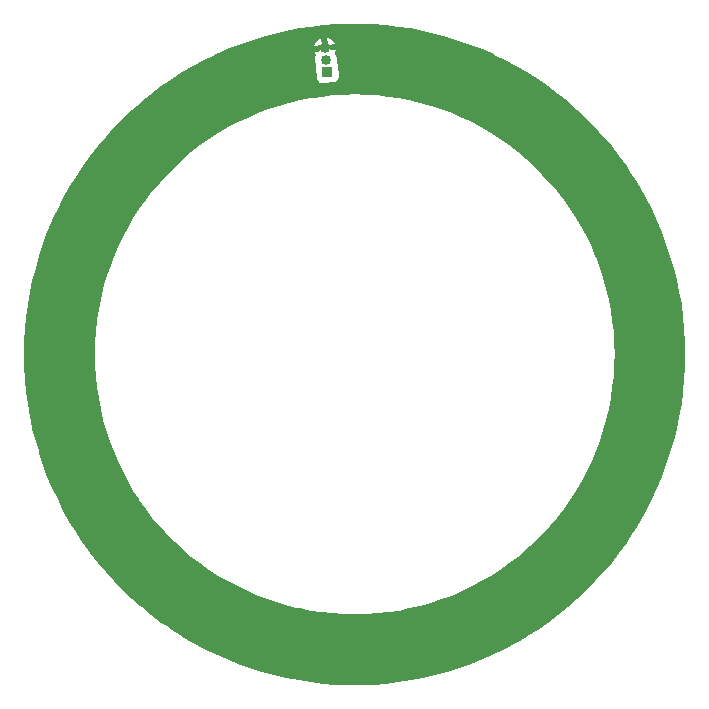
<source format=gbr>
%TF.GenerationSoftware,KiCad,Pcbnew,7.0.1-0*%
%TF.CreationDate,2023-11-10T13:36:56-08:00*%
%TF.ProjectId,ws2816b_ring_revA,77733238-3136-4625-9f72-696e675f7265,A*%
%TF.SameCoordinates,Original*%
%TF.FileFunction,Copper,L2,Bot*%
%TF.FilePolarity,Positive*%
%FSLAX46Y46*%
G04 Gerber Fmt 4.6, Leading zero omitted, Abs format (unit mm)*
G04 Created by KiCad (PCBNEW 7.0.1-0) date 2023-11-10 13:36:56*
%MOMM*%
%LPD*%
G01*
G04 APERTURE LIST*
G04 Aperture macros list*
%AMHorizOval*
0 Thick line with rounded ends*
0 $1 width*
0 $2 $3 position (X,Y) of the first rounded end (center of the circle)*
0 $4 $5 position (X,Y) of the second rounded end (center of the circle)*
0 Add line between two ends*
20,1,$1,$2,$3,$4,$5,0*
0 Add two circle primitives to create the rounded ends*
1,1,$1,$2,$3*
1,1,$1,$4,$5*%
%AMRotRect*
0 Rectangle, with rotation*
0 The origin of the aperture is its center*
0 $1 length*
0 $2 width*
0 $3 Rotation angle, in degrees counterclockwise*
0 Add horizontal line*
21,1,$1,$2,0,0,$3*%
G04 Aperture macros list end*
%TA.AperFunction,ComponentPad*%
%ADD10RotRect,0.850000X0.850000X185.625000*%
%TD*%
%TA.AperFunction,ComponentPad*%
%ADD11HorizOval,0.850000X0.000000X0.000000X0.000000X0.000000X0*%
%TD*%
%TA.AperFunction,ViaPad*%
%ADD12C,1.200000*%
%TD*%
G04 APERTURE END LIST*
D10*
%TO.P,J1,1,Pin_1*%
%TO.N,+5V*%
X145004139Y-74087302D03*
D11*
%TO.P,J1,2,Pin_2*%
%TO.N,DIN*%
X144906122Y-73092117D03*
%TO.P,J1,3,Pin_3*%
%TO.N,GND*%
X144808105Y-72096933D03*
%TD*%
D12*
%TO.N,GND*%
X121870126Y-107504134D03*
X165821735Y-117892480D03*
X136060716Y-122701313D03*
X153523283Y-71633728D03*
X120171941Y-97071120D03*
X173768546Y-104190685D03*
X125233524Y-82224958D03*
X131426175Y-120062956D03*
X120877622Y-91866800D03*
X120519311Y-102420995D03*
X151693296Y-124850090D03*
X137808719Y-72607628D03*
X163159549Y-75970575D03*
X174124516Y-93639244D03*
X128799306Y-78131548D03*
X146368155Y-70896523D03*
X122587669Y-86814113D03*
X142950396Y-71295241D03*
X146427800Y-125176689D03*
X148271844Y-70879969D03*
X172764232Y-88492573D03*
X158551579Y-73309797D03*
X127448149Y-116584992D03*
X167197066Y-79520904D03*
X172055514Y-109285548D03*
X170426815Y-83766498D03*
X133011457Y-74928551D03*
X161616102Y-121097325D03*
X174429470Y-98988436D03*
X156911589Y-123451878D03*
X141066890Y-124481994D03*
X169409175Y-113820382D03*
X124209765Y-112296016D03*
%TD*%
%TA.AperFunction,Conductor*%
%TO.N,GND*%
G36*
X147852216Y-70035603D02*
G01*
X148906527Y-70075528D01*
X148911128Y-70075789D01*
X149963245Y-70155588D01*
X149967848Y-70156025D01*
X151016104Y-70275571D01*
X151020724Y-70276185D01*
X152027199Y-70429743D01*
X152063746Y-70435319D01*
X152068370Y-70436114D01*
X153104573Y-70634594D01*
X153109136Y-70635558D01*
X154137096Y-70873109D01*
X154141646Y-70874251D01*
X155159895Y-71150535D01*
X155164362Y-71151839D01*
X156171443Y-71466463D01*
X156175880Y-71467942D01*
X156883086Y-71718628D01*
X157170269Y-71820427D01*
X157174663Y-71822078D01*
X158155047Y-72211958D01*
X158159353Y-72213766D01*
X159124262Y-72640458D01*
X159128518Y-72642436D01*
X160067732Y-73101010D01*
X160076593Y-73105336D01*
X160080762Y-73107470D01*
X161010644Y-73605918D01*
X161014730Y-73608209D01*
X161925086Y-74141488D01*
X161929052Y-74143913D01*
X162818632Y-74711295D01*
X162822477Y-74713851D01*
X163314739Y-75054695D01*
X163689906Y-75314462D01*
X163693713Y-75317206D01*
X164537762Y-75950186D01*
X164541462Y-75953072D01*
X165360978Y-76617559D01*
X165364550Y-76620569D01*
X166158351Y-77315607D01*
X166161775Y-77318721D01*
X166865336Y-77983429D01*
X166928697Y-78043291D01*
X166932047Y-78046578D01*
X167670988Y-78799639D01*
X167674211Y-78803051D01*
X168384106Y-79583512D01*
X168387198Y-79587043D01*
X169067072Y-80393833D01*
X169070004Y-80397449D01*
X169718885Y-81229419D01*
X169721684Y-81233153D01*
X170338575Y-82089025D01*
X170341247Y-82092883D01*
X170650663Y-82558336D01*
X170813676Y-82803556D01*
X170925325Y-82971508D01*
X170927849Y-82975465D01*
X171478260Y-83875567D01*
X171480632Y-83879617D01*
X171996577Y-84799881D01*
X171998794Y-84804017D01*
X172479555Y-85743164D01*
X172481614Y-85747382D01*
X172926481Y-86704029D01*
X172928379Y-86708321D01*
X173336725Y-87681112D01*
X173338460Y-87685473D01*
X173709713Y-88673049D01*
X173711281Y-88677472D01*
X174044899Y-89678395D01*
X174046298Y-89682875D01*
X174341789Y-90695668D01*
X174343018Y-90700197D01*
X174599976Y-91723463D01*
X174601033Y-91728036D01*
X174819086Y-92760297D01*
X174819969Y-92764906D01*
X174998808Y-93804705D01*
X174999515Y-93809345D01*
X175138871Y-94855109D01*
X175139403Y-94859772D01*
X175239089Y-95910095D01*
X175239444Y-95914775D01*
X175299311Y-96968103D01*
X175299489Y-96972792D01*
X175319455Y-98027652D01*
X175319455Y-98032346D01*
X175299489Y-99087207D01*
X175299311Y-99091896D01*
X175239444Y-100145224D01*
X175239089Y-100149904D01*
X175139403Y-101200227D01*
X175138871Y-101204890D01*
X174999515Y-102250654D01*
X174998808Y-102255294D01*
X174819969Y-103295093D01*
X174819086Y-103299702D01*
X174601033Y-104331963D01*
X174599976Y-104336536D01*
X174343018Y-105359802D01*
X174341789Y-105364331D01*
X174046298Y-106377124D01*
X174044899Y-106381604D01*
X173711281Y-107382527D01*
X173709713Y-107386950D01*
X173338460Y-108374526D01*
X173336725Y-108378887D01*
X172928379Y-109351678D01*
X172926481Y-109355970D01*
X172481614Y-110312617D01*
X172479555Y-110316835D01*
X171998794Y-111255982D01*
X171996577Y-111260118D01*
X171480632Y-112180382D01*
X171478260Y-112184432D01*
X170927849Y-113084534D01*
X170925325Y-113088491D01*
X170341247Y-113967116D01*
X170338575Y-113970974D01*
X169721684Y-114826846D01*
X169718869Y-114830601D01*
X169070028Y-115662521D01*
X169067072Y-115666166D01*
X168387198Y-116472956D01*
X168384106Y-116476487D01*
X167674211Y-117256948D01*
X167670988Y-117260360D01*
X166932047Y-118013421D01*
X166928697Y-118016708D01*
X166161799Y-118741256D01*
X166158327Y-118744414D01*
X165364567Y-119439416D01*
X165360978Y-119442440D01*
X164541462Y-120106927D01*
X164537762Y-120109813D01*
X163693713Y-120742793D01*
X163689906Y-120745537D01*
X162822509Y-121346126D01*
X162818600Y-121348725D01*
X161929071Y-121916074D01*
X161925067Y-121918522D01*
X161014737Y-122451786D01*
X161010644Y-122454081D01*
X160080771Y-122952524D01*
X160076593Y-122954663D01*
X159128518Y-123417563D01*
X159124262Y-123419541D01*
X158159353Y-123846233D01*
X158155026Y-123848050D01*
X157174662Y-124237921D01*
X157170269Y-124239572D01*
X156175895Y-124592052D01*
X156171443Y-124593536D01*
X155164362Y-124908160D01*
X155159856Y-124909475D01*
X154141648Y-125185747D01*
X154137096Y-125186890D01*
X153109150Y-125424438D01*
X153104558Y-125425408D01*
X152068371Y-125623884D01*
X152063746Y-125624680D01*
X151020740Y-125783811D01*
X151016088Y-125784430D01*
X149967883Y-125903970D01*
X149963211Y-125904414D01*
X148911170Y-125984207D01*
X148906484Y-125984473D01*
X147852216Y-126024397D01*
X147847524Y-126024486D01*
X146792476Y-126024486D01*
X146787784Y-126024397D01*
X145733515Y-125984473D01*
X145728829Y-125984207D01*
X144676788Y-125904414D01*
X144672116Y-125903970D01*
X143623911Y-125784430D01*
X143619259Y-125783811D01*
X142576253Y-125624680D01*
X142571628Y-125623884D01*
X141535441Y-125425408D01*
X141530849Y-125424438D01*
X140502903Y-125186890D01*
X140498351Y-125185747D01*
X139480143Y-124909475D01*
X139475637Y-124908160D01*
X138468556Y-124593536D01*
X138464104Y-124592052D01*
X137469730Y-124239572D01*
X137465337Y-124237921D01*
X136484973Y-123848050D01*
X136480646Y-123846233D01*
X135515737Y-123419541D01*
X135511481Y-123417563D01*
X134563406Y-122954663D01*
X134559228Y-122952524D01*
X133629355Y-122454081D01*
X133625262Y-122451786D01*
X132714932Y-121918522D01*
X132710928Y-121916074D01*
X131827282Y-121352477D01*
X131821379Y-121348712D01*
X131817510Y-121346139D01*
X131410965Y-121064646D01*
X130950093Y-120745537D01*
X130946286Y-120742793D01*
X130102237Y-120109813D01*
X130098537Y-120106927D01*
X129279021Y-119442440D01*
X129275432Y-119439416D01*
X129145224Y-119325408D01*
X128481650Y-118744394D01*
X128478222Y-118741276D01*
X127711293Y-118016699D01*
X127707952Y-118013421D01*
X126969011Y-117260360D01*
X126965788Y-117256948D01*
X126255893Y-116476487D01*
X126252801Y-116472956D01*
X125572927Y-115666166D01*
X125569999Y-115662556D01*
X124921108Y-114830572D01*
X124918315Y-114826846D01*
X124301424Y-113970974D01*
X124298752Y-113967116D01*
X124265419Y-113916974D01*
X123714659Y-113088468D01*
X123712164Y-113084557D01*
X123161739Y-112184432D01*
X123159367Y-112180382D01*
X122643422Y-111260118D01*
X122641205Y-111255982D01*
X122567311Y-111111633D01*
X122160438Y-110316823D01*
X122158385Y-110312617D01*
X121713518Y-109355970D01*
X121711620Y-109351678D01*
X121303274Y-108378887D01*
X121301539Y-108374526D01*
X120930286Y-107386950D01*
X120928718Y-107382527D01*
X120595100Y-106381604D01*
X120593701Y-106377124D01*
X120552199Y-106234877D01*
X120298207Y-105364320D01*
X120296981Y-105359802D01*
X120040023Y-104336536D01*
X120038966Y-104331963D01*
X119878727Y-103573391D01*
X119820904Y-103299658D01*
X119820038Y-103295137D01*
X119641185Y-102255258D01*
X119640489Y-102250691D01*
X119501123Y-101204850D01*
X119500600Y-101200266D01*
X119400906Y-100149861D01*
X119400558Y-100145267D01*
X119340686Y-99091854D01*
X119340511Y-99087249D01*
X119320544Y-98032325D01*
X119320544Y-98030000D01*
X125314542Y-98030000D01*
X125334370Y-98963928D01*
X125393819Y-99896206D01*
X125492776Y-100825072D01*
X125492778Y-100825085D01*
X125630920Y-101747934D01*
X125631072Y-101748945D01*
X125808450Y-102666097D01*
X126024591Y-103574883D01*
X126279118Y-104473713D01*
X126571544Y-105360874D01*
X126571549Y-105360889D01*
X126571551Y-105360893D01*
X126670648Y-105623483D01*
X126901381Y-106234886D01*
X127266954Y-107091622D01*
X127268001Y-107094075D01*
X127670758Y-107936939D01*
X128108925Y-108761950D01*
X128581712Y-109567621D01*
X129065248Y-110316835D01*
X129088272Y-110352508D01*
X129627676Y-111115175D01*
X130196075Y-111850526D01*
X130198968Y-111854268D01*
X130801113Y-112568449D01*
X131275138Y-113084534D01*
X131433037Y-113256443D01*
X132093556Y-113916962D01*
X132093568Y-113916973D01*
X132093569Y-113916974D01*
X132781551Y-114548887D01*
X133495732Y-115151032D01*
X134234825Y-115722324D01*
X134997499Y-116261733D01*
X135782379Y-116768288D01*
X136588050Y-117241075D01*
X137413061Y-117679242D01*
X138115911Y-118015094D01*
X138255923Y-118081998D01*
X139115113Y-118448618D01*
X139115118Y-118448620D01*
X139115123Y-118448622D01*
X139989107Y-118778449D01*
X140876301Y-119070886D01*
X141775108Y-119325406D01*
X141775113Y-119325407D01*
X141775116Y-119325408D01*
X142380973Y-119469501D01*
X142683906Y-119541550D01*
X143601060Y-119718929D01*
X144524915Y-119857222D01*
X145453807Y-119956182D01*
X146386062Y-120015629D01*
X147320000Y-120035457D01*
X148253938Y-120015629D01*
X149186193Y-119956182D01*
X150115085Y-119857222D01*
X151038940Y-119718929D01*
X151956094Y-119541550D01*
X152864892Y-119325406D01*
X153763699Y-119070886D01*
X154650893Y-118778449D01*
X155524877Y-118448622D01*
X156384075Y-118081999D01*
X157226939Y-117679242D01*
X158051950Y-117241075D01*
X158857621Y-116768288D01*
X159642501Y-116261733D01*
X160405175Y-115722324D01*
X161144268Y-115151032D01*
X161858449Y-114548887D01*
X162546431Y-113916974D01*
X163206974Y-113256431D01*
X163838887Y-112568449D01*
X164441032Y-111854268D01*
X165012324Y-111115175D01*
X165551733Y-110352501D01*
X166058288Y-109567621D01*
X166531075Y-108761950D01*
X166969242Y-107936939D01*
X167371999Y-107094075D01*
X167738622Y-106234877D01*
X168068449Y-105360893D01*
X168360886Y-104473699D01*
X168615406Y-103574892D01*
X168831550Y-102666094D01*
X169008929Y-101748940D01*
X169147222Y-100825085D01*
X169246182Y-99896193D01*
X169305629Y-98963938D01*
X169325457Y-98030000D01*
X169305629Y-97096062D01*
X169246182Y-96163807D01*
X169147222Y-95234915D01*
X169008929Y-94311060D01*
X168831550Y-93393906D01*
X168615406Y-92485108D01*
X168360886Y-91586301D01*
X168068449Y-90699107D01*
X167738622Y-89825123D01*
X167676191Y-89678814D01*
X167371998Y-88965923D01*
X166969242Y-88123061D01*
X166531075Y-87298050D01*
X166058288Y-86492379D01*
X165551733Y-85707499D01*
X165012324Y-84944825D01*
X164441032Y-84205732D01*
X163838887Y-83491551D01*
X163206974Y-82803569D01*
X163206973Y-82803568D01*
X163206962Y-82803556D01*
X162546443Y-82143037D01*
X162485998Y-82087518D01*
X161858449Y-81511113D01*
X161144268Y-80908968D01*
X160405175Y-80337676D01*
X159642501Y-79798267D01*
X158857621Y-79291712D01*
X158051950Y-78818925D01*
X157226939Y-78380758D01*
X156527589Y-78046578D01*
X156384076Y-77978001D01*
X155524886Y-77611381D01*
X154650874Y-77281544D01*
X153763713Y-76989118D01*
X152864883Y-76734591D01*
X151956097Y-76518450D01*
X151038945Y-76341072D01*
X151038940Y-76341071D01*
X150115085Y-76202778D01*
X150115086Y-76202778D01*
X150115072Y-76202776D01*
X149186206Y-76103819D01*
X149186196Y-76103818D01*
X149186193Y-76103818D01*
X148887256Y-76084755D01*
X148253928Y-76044370D01*
X147319999Y-76024542D01*
X146386071Y-76044370D01*
X145641282Y-76091863D01*
X145453807Y-76103818D01*
X145453804Y-76103818D01*
X145453793Y-76103819D01*
X144524927Y-76202776D01*
X143909011Y-76294973D01*
X143601060Y-76341071D01*
X143601057Y-76341071D01*
X143601054Y-76341072D01*
X142683902Y-76518450D01*
X141775116Y-76734591D01*
X140876286Y-76989118D01*
X139989125Y-77281544D01*
X139115113Y-77611381D01*
X138255923Y-77978001D01*
X137413064Y-78380756D01*
X136588048Y-78818926D01*
X135782383Y-79291709D01*
X134997491Y-79798272D01*
X134234824Y-80337676D01*
X133495736Y-80908964D01*
X132781555Y-81511109D01*
X132093556Y-82143037D01*
X131433037Y-82803556D01*
X130801109Y-83491555D01*
X130198964Y-84205736D01*
X129627676Y-84944824D01*
X129088272Y-85707491D01*
X128581709Y-86492383D01*
X128108926Y-87298048D01*
X127670756Y-88123064D01*
X127268001Y-88965923D01*
X126901381Y-89825113D01*
X126571544Y-90699125D01*
X126279118Y-91586286D01*
X126024591Y-92485116D01*
X125808450Y-93393902D01*
X125728103Y-93809345D01*
X125631071Y-94311060D01*
X125584973Y-94619011D01*
X125492776Y-95234927D01*
X125393819Y-96163793D01*
X125334370Y-97096071D01*
X125314542Y-98030000D01*
X119320544Y-98030000D01*
X119320544Y-98027653D01*
X119320544Y-98027652D01*
X119340511Y-96972748D01*
X119340686Y-96968147D01*
X119400558Y-95914728D01*
X119400906Y-95910142D01*
X119500601Y-94859727D01*
X119501122Y-94855155D01*
X119640490Y-93809300D01*
X119641184Y-93804749D01*
X119820040Y-92764853D01*
X119820902Y-92760350D01*
X120038969Y-91728022D01*
X120040023Y-91723463D01*
X120074467Y-91586301D01*
X120296987Y-90700174D01*
X120298210Y-90695668D01*
X120593709Y-89682846D01*
X120595090Y-89678424D01*
X120928724Y-88677453D01*
X120930286Y-88673049D01*
X121301547Y-87685450D01*
X121303264Y-87681135D01*
X121711620Y-86708319D01*
X121713518Y-86704029D01*
X121811941Y-86492379D01*
X122158401Y-85747348D01*
X122160428Y-85743196D01*
X122641218Y-84803991D01*
X122643407Y-84799907D01*
X123159374Y-83879604D01*
X123161739Y-83875567D01*
X123162379Y-83874521D01*
X123712179Y-82975418D01*
X123714643Y-82971555D01*
X124298769Y-82092858D01*
X124301406Y-82089050D01*
X124918331Y-81233130D01*
X124921089Y-81229452D01*
X125570020Y-80397417D01*
X125572904Y-80393860D01*
X126252816Y-79587025D01*
X126255877Y-79583529D01*
X126965806Y-78803031D01*
X126968992Y-78799658D01*
X127707988Y-78046542D01*
X127711265Y-78043326D01*
X128478250Y-77318696D01*
X128481621Y-77315631D01*
X129275474Y-76620547D01*
X129279004Y-76617573D01*
X129985939Y-76044370D01*
X130098537Y-75953072D01*
X130102216Y-75950202D01*
X130946298Y-75317196D01*
X130950080Y-75314471D01*
X131817546Y-74713835D01*
X131821342Y-74711311D01*
X132710970Y-74143899D01*
X132714889Y-74141502D01*
X133625291Y-73608196D01*
X133629326Y-73605933D01*
X134559258Y-73107459D01*
X134563375Y-73105351D01*
X135511492Y-72642430D01*
X135515737Y-72640458D01*
X135984481Y-72433175D01*
X143944754Y-72433175D01*
X143958423Y-72475240D01*
X144042802Y-72621391D01*
X144058736Y-72670428D01*
X144053346Y-72721707D01*
X143995861Y-72898631D01*
X143995860Y-72898635D01*
X143975524Y-73092117D01*
X143995860Y-73285599D01*
X143995861Y-73285602D01*
X144060005Y-73483021D01*
X144057852Y-73483720D01*
X144065216Y-73505379D01*
X144062169Y-73553464D01*
X144037281Y-73647469D01*
X144036746Y-73707419D01*
X144129445Y-74648610D01*
X144141666Y-74707308D01*
X144204935Y-74836576D01*
X144302065Y-74942784D01*
X144425175Y-75017323D01*
X144425177Y-75017323D01*
X144425178Y-75017324D01*
X144564307Y-75054160D01*
X144624258Y-75054695D01*
X145565449Y-74961995D01*
X145624145Y-74949775D01*
X145753414Y-74886505D01*
X145859620Y-74789377D01*
X145906147Y-74712532D01*
X145934160Y-74666265D01*
X145938834Y-74648612D01*
X145970997Y-74527134D01*
X145971532Y-74467183D01*
X145878832Y-73525992D01*
X145866612Y-73467296D01*
X145823009Y-73378210D01*
X145810693Y-73332433D01*
X145816113Y-73288167D01*
X145816383Y-73285602D01*
X145816384Y-73285599D01*
X145836720Y-73092117D01*
X145816384Y-72898635D01*
X145756266Y-72713609D01*
X145671293Y-72566431D01*
X145655361Y-72517398D01*
X145660751Y-72466117D01*
X145717875Y-72290309D01*
X145721248Y-72258206D01*
X145721248Y-72258205D01*
X145415946Y-72288275D01*
X145353357Y-72278152D01*
X145193690Y-72207064D01*
X145003398Y-72166617D01*
X145003396Y-72166617D01*
X144808848Y-72166617D01*
X144808846Y-72166617D01*
X144618553Y-72207064D01*
X144440821Y-72286195D01*
X144311823Y-72379918D01*
X144251092Y-72403003D01*
X143944754Y-72433175D01*
X135984481Y-72433175D01*
X136480646Y-72213766D01*
X136484933Y-72211965D01*
X137179729Y-71935658D01*
X143894959Y-71935658D01*
X143894960Y-71935659D01*
X144534803Y-71872641D01*
X144471910Y-71234076D01*
X144343057Y-71291447D01*
X144185750Y-71405736D01*
X144055641Y-71550236D01*
X143958420Y-71718628D01*
X143898334Y-71903557D01*
X143894959Y-71935658D01*
X137179729Y-71935658D01*
X137465353Y-71822071D01*
X137469713Y-71820433D01*
X138464135Y-71467936D01*
X138468556Y-71466463D01*
X139281922Y-71212358D01*
X139367619Y-71185585D01*
X144969554Y-71185585D01*
X145032395Y-71823631D01*
X145671455Y-71760689D01*
X145657789Y-71718629D01*
X145560568Y-71550236D01*
X145430461Y-71405739D01*
X145273152Y-71291446D01*
X145095517Y-71212358D01*
X144969555Y-71185584D01*
X144969554Y-71185585D01*
X139367619Y-71185585D01*
X139475642Y-71151837D01*
X139480089Y-71150539D01*
X140498365Y-70874248D01*
X140502889Y-70873112D01*
X141530874Y-70635555D01*
X141535416Y-70634596D01*
X142571637Y-70436113D01*
X142576244Y-70435320D01*
X143619282Y-70276184D01*
X143623888Y-70275572D01*
X144672156Y-70156025D01*
X144676749Y-70155588D01*
X145728874Y-70075789D01*
X145733469Y-70075528D01*
X146787783Y-70035603D01*
X146792476Y-70035514D01*
X147847524Y-70035514D01*
X147852216Y-70035603D01*
G37*
%TD.AperFunction*%
%TD*%
M02*

</source>
